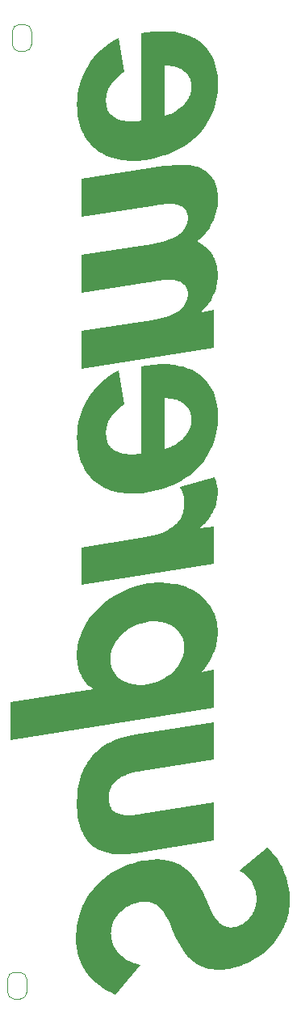
<source format=gbr>
%TF.GenerationSoftware,KiCad,Pcbnew,8.0.5*%
%TF.CreationDate,2025-02-18T01:30:19+08:00*%
%TF.ProjectId,troubleSeeker,74726f75-626c-4655-9365-656b65722e6b,rev?*%
%TF.SameCoordinates,Original*%
%TF.FileFunction,Legend,Bot*%
%TF.FilePolarity,Positive*%
%FSLAX46Y46*%
G04 Gerber Fmt 4.6, Leading zero omitted, Abs format (unit mm)*
G04 Created by KiCad (PCBNEW 8.0.5) date 2025-02-18 01:30:19*
%MOMM*%
%LPD*%
G01*
G04 APERTURE LIST*
%ADD10C,0.000000*%
%ADD11C,0.120000*%
G04 APERTURE END LIST*
D10*
G36*
X146037609Y-79418022D02*
G01*
X146532060Y-79458798D01*
X147001307Y-79537179D01*
X147225421Y-79591436D01*
X147441960Y-79656252D01*
X147650503Y-79732014D01*
X147850624Y-79819112D01*
X148041905Y-79917932D01*
X148223915Y-80028858D01*
X148396231Y-80152274D01*
X148558436Y-80288574D01*
X148710096Y-80438138D01*
X148850792Y-80601353D01*
X148980102Y-80778612D01*
X149097600Y-80970296D01*
X149202861Y-81176796D01*
X149295464Y-81398491D01*
X149374983Y-81635774D01*
X149440995Y-81889032D01*
X149493076Y-82158647D01*
X149530802Y-82445010D01*
X149553746Y-82748502D01*
X149561490Y-83069517D01*
X149552002Y-83372545D01*
X149523796Y-83676654D01*
X149477250Y-83980765D01*
X149412744Y-84283791D01*
X149330658Y-84584646D01*
X149231369Y-84882244D01*
X149115261Y-85175504D01*
X148982714Y-85463337D01*
X148834103Y-85744658D01*
X148669813Y-86018383D01*
X148490220Y-86283425D01*
X148295707Y-86538701D01*
X148086651Y-86783127D01*
X147863434Y-87015612D01*
X147626435Y-87235079D01*
X147376035Y-87440437D01*
X147510981Y-87506306D01*
X147641489Y-87575419D01*
X147767568Y-87647757D01*
X147889227Y-87723315D01*
X148006478Y-87802071D01*
X148119332Y-87884015D01*
X148227794Y-87969132D01*
X148331883Y-88057413D01*
X148431601Y-88148838D01*
X148526961Y-88243399D01*
X148617975Y-88341076D01*
X148704650Y-88441862D01*
X148786999Y-88545741D01*
X148865030Y-88652700D01*
X148938753Y-88762726D01*
X149008182Y-88875800D01*
X149073324Y-88991916D01*
X149134190Y-89111056D01*
X149190788Y-89233207D01*
X149243130Y-89358355D01*
X149291226Y-89486490D01*
X149335091Y-89617595D01*
X149374724Y-89751655D01*
X149410143Y-89888659D01*
X149441361Y-90028597D01*
X149468380Y-90171447D01*
X149491214Y-90317201D01*
X149509875Y-90465845D01*
X149524370Y-90617365D01*
X149534712Y-90771747D01*
X149542973Y-91089045D01*
X149532587Y-91351808D01*
X149508501Y-91611968D01*
X149470902Y-91869089D01*
X149419983Y-92122739D01*
X149355935Y-92372479D01*
X149278944Y-92617883D01*
X149189202Y-92858506D01*
X149086898Y-93093927D01*
X148972224Y-93323699D01*
X148845367Y-93547395D01*
X148706519Y-93764583D01*
X148555870Y-93974823D01*
X148393607Y-94177683D01*
X148219927Y-94372733D01*
X148035010Y-94559532D01*
X147839054Y-94737652D01*
X147839054Y-94830241D01*
X147857563Y-94830242D01*
X149098462Y-94626516D01*
X149098461Y-98589970D01*
X135226357Y-100793944D01*
X135226357Y-96830489D01*
X142042021Y-95756280D01*
X142649122Y-95662700D01*
X143339351Y-95535478D01*
X143699834Y-95453082D01*
X144062135Y-95354867D01*
X144419930Y-95238363D01*
X144766903Y-95101108D01*
X145096728Y-94940628D01*
X145253234Y-94850909D01*
X145403085Y-94754456D01*
X145545490Y-94650966D01*
X145679655Y-94540124D01*
X145804793Y-94421625D01*
X145920113Y-94295161D01*
X146024828Y-94160423D01*
X146118142Y-94017101D01*
X146199269Y-93864887D01*
X146267415Y-93703472D01*
X146321795Y-93532548D01*
X146361616Y-93351805D01*
X146386087Y-93160937D01*
X146394421Y-92959635D01*
X146386410Y-92774622D01*
X146362892Y-92604676D01*
X146324634Y-92449242D01*
X146272408Y-92307753D01*
X146206983Y-92179651D01*
X146129128Y-92064382D01*
X146039616Y-91961380D01*
X145939214Y-91870091D01*
X145828692Y-91789947D01*
X145708821Y-91720398D01*
X145580368Y-91660880D01*
X145444108Y-91610835D01*
X145300805Y-91569700D01*
X145151232Y-91536918D01*
X144996160Y-91511931D01*
X144836355Y-91494176D01*
X144672592Y-91483095D01*
X144505635Y-91478129D01*
X144165229Y-91484301D01*
X143821298Y-91508215D01*
X143479995Y-91545399D01*
X143147483Y-91591370D01*
X142829920Y-91641654D01*
X142264274Y-91737261D01*
X135226357Y-92848508D01*
X135226359Y-88885054D01*
X142042021Y-87810849D01*
X142643806Y-87713396D01*
X142980129Y-87650915D01*
X143331537Y-87576444D01*
X143691624Y-87487864D01*
X144053993Y-87383058D01*
X144412238Y-87259914D01*
X144759955Y-87116314D01*
X145090746Y-86950141D01*
X145247790Y-86857930D01*
X145398202Y-86759281D01*
X145541181Y-86653933D01*
X145675924Y-86541618D01*
X145801634Y-86422071D01*
X145917509Y-86295031D01*
X146022749Y-86160231D01*
X146116555Y-86017411D01*
X146198124Y-85866299D01*
X146266656Y-85706633D01*
X146321352Y-85538152D01*
X146361412Y-85360589D01*
X146386037Y-85173681D01*
X146394421Y-84977159D01*
X146387154Y-84801926D01*
X146365804Y-84640515D01*
X146331044Y-84492420D01*
X146283548Y-84357148D01*
X146223995Y-84234192D01*
X146153059Y-84123049D01*
X146071410Y-84023224D01*
X145979728Y-83934210D01*
X145878687Y-83855501D01*
X145768959Y-83786603D01*
X145651220Y-83727009D01*
X145526148Y-83676220D01*
X145394414Y-83633730D01*
X145256696Y-83599044D01*
X145113666Y-83571652D01*
X144966003Y-83551059D01*
X144814376Y-83536761D01*
X144659461Y-83528249D01*
X144342477Y-83526605D01*
X144020447Y-83542105D01*
X143698770Y-83570737D01*
X143382844Y-83608481D01*
X143078069Y-83651328D01*
X142523566Y-83736261D01*
X135226359Y-84884562D01*
X135226356Y-80921099D01*
X143875590Y-79569084D01*
X144436945Y-79490381D01*
X144986659Y-79436906D01*
X145521347Y-79411757D01*
X146037609Y-79418022D01*
G37*
G36*
X149246902Y-112213525D02*
G01*
X149282400Y-112301170D01*
X149316001Y-112391423D01*
X149347622Y-112484064D01*
X149377180Y-112578875D01*
X149404595Y-112675639D01*
X149429785Y-112774139D01*
X149452669Y-112874160D01*
X149473166Y-112975482D01*
X149491194Y-113077888D01*
X149506673Y-113181165D01*
X149519520Y-113285093D01*
X149529650Y-113389453D01*
X149536988Y-113494028D01*
X149541452Y-113598605D01*
X149542957Y-113702966D01*
X149534969Y-113975110D01*
X149511161Y-114242746D01*
X149471781Y-114505719D01*
X149417073Y-114763864D01*
X149347279Y-115017016D01*
X149262649Y-115265011D01*
X149163419Y-115507691D01*
X149049839Y-115744890D01*
X148922152Y-115976447D01*
X148780598Y-116202194D01*
X148625427Y-116421977D01*
X148456881Y-116635625D01*
X148275205Y-116842982D01*
X148080640Y-117043881D01*
X147873433Y-117238162D01*
X147653829Y-117425657D01*
X147653830Y-117481215D01*
X147653834Y-117481215D01*
X149098456Y-117258963D01*
X149098457Y-121222422D01*
X135226352Y-123426405D01*
X135226351Y-119462942D01*
X141467881Y-118481341D01*
X141873302Y-118414292D01*
X142281278Y-118336505D01*
X142687839Y-118245472D01*
X143089030Y-118138705D01*
X143480889Y-118013709D01*
X143859454Y-117867984D01*
X144220765Y-117699035D01*
X144560858Y-117504368D01*
X144721711Y-117396609D01*
X144875774Y-117281485D01*
X145022554Y-117158681D01*
X145161555Y-117027889D01*
X145292281Y-116888796D01*
X145414238Y-116741090D01*
X145526926Y-116584456D01*
X145629856Y-116418585D01*
X145722533Y-116243163D01*
X145804458Y-116057881D01*
X145875138Y-115862422D01*
X145934077Y-115656480D01*
X145980780Y-115439740D01*
X146014753Y-115211889D01*
X146035500Y-114972618D01*
X146042525Y-114721610D01*
X146043626Y-114617461D01*
X146040030Y-114513469D01*
X146031822Y-114409808D01*
X146019086Y-114306632D01*
X146001899Y-114204106D01*
X145980342Y-114102396D01*
X145954502Y-114001661D01*
X145924455Y-113902067D01*
X145890286Y-113803778D01*
X145852072Y-113706947D01*
X145809899Y-113611750D01*
X145763843Y-113518339D01*
X145713993Y-113426883D01*
X145660423Y-113337546D01*
X145603221Y-113250485D01*
X145542460Y-113165864D01*
X149209582Y-112128699D01*
X149246902Y-112213525D01*
G37*
G36*
X143986715Y-100306727D02*
G01*
X144256644Y-100309880D01*
X144951529Y-100372605D01*
X145286425Y-100424719D01*
X145612336Y-100490891D01*
X145928794Y-100571279D01*
X146235326Y-100666042D01*
X146531470Y-100775350D01*
X146816751Y-100899361D01*
X147090709Y-101038241D01*
X147352871Y-101192151D01*
X147602770Y-101361254D01*
X147839937Y-101545709D01*
X148063905Y-101745685D01*
X148274210Y-101961342D01*
X148470377Y-102192843D01*
X148651940Y-102440353D01*
X148818434Y-102704029D01*
X148969390Y-102984039D01*
X149104339Y-103280546D01*
X149222813Y-103593708D01*
X149324344Y-103923692D01*
X149408466Y-104270661D01*
X149474707Y-104634776D01*
X149522602Y-105016196D01*
X149551681Y-105415092D01*
X149561478Y-105831621D01*
X149551840Y-106248382D01*
X149523221Y-106654779D01*
X149476064Y-107050751D01*
X149410818Y-107436240D01*
X149327920Y-107811189D01*
X149227818Y-108175541D01*
X149110957Y-108529234D01*
X148977783Y-108872220D01*
X148828735Y-109204432D01*
X148664262Y-109525817D01*
X148484806Y-109836314D01*
X148290811Y-110135867D01*
X148082724Y-110424423D01*
X147860983Y-110701915D01*
X147626039Y-110968295D01*
X147378335Y-111223498D01*
X147118312Y-111467471D01*
X146846417Y-111700152D01*
X146563092Y-111921487D01*
X146268784Y-112131416D01*
X145963935Y-112329885D01*
X145648992Y-112516832D01*
X145324396Y-112692200D01*
X144990592Y-112855937D01*
X144297141Y-113148267D01*
X143572191Y-113393365D01*
X142819300Y-113590772D01*
X142042017Y-113740017D01*
X141651293Y-113792724D01*
X141267646Y-113829364D01*
X140891427Y-113850043D01*
X140522985Y-113854872D01*
X140162668Y-113843948D01*
X139810823Y-113817382D01*
X139467802Y-113775274D01*
X139133957Y-113717737D01*
X138809633Y-113644866D01*
X138495182Y-113556776D01*
X138190952Y-113453566D01*
X137897292Y-113335347D01*
X137614554Y-113202215D01*
X137343085Y-113054282D01*
X137083232Y-112891652D01*
X136835347Y-112714428D01*
X136599781Y-112522715D01*
X136376881Y-112316621D01*
X136166997Y-112096252D01*
X135970475Y-111861708D01*
X135787670Y-111613098D01*
X135618929Y-111350525D01*
X135464598Y-111074100D01*
X135325032Y-110783919D01*
X135200576Y-110480091D01*
X135091580Y-110162725D01*
X134998397Y-109831920D01*
X134921372Y-109487787D01*
X134860855Y-109130425D01*
X134817198Y-108759944D01*
X134790746Y-108376444D01*
X134781852Y-107980038D01*
X134800002Y-107437690D01*
X134854125Y-106902066D01*
X134943737Y-106374694D01*
X135068343Y-105857084D01*
X135227463Y-105350764D01*
X135420601Y-104857249D01*
X135647272Y-104378059D01*
X135906991Y-103914714D01*
X136199262Y-103468731D01*
X136523602Y-103041630D01*
X136879523Y-102634932D01*
X137266534Y-102250155D01*
X137684148Y-101888819D01*
X138131876Y-101552442D01*
X138609229Y-101242544D01*
X139115725Y-100960647D01*
X139708393Y-104516648D01*
X139504048Y-104651662D01*
X139308169Y-104792865D01*
X139121407Y-104940363D01*
X138944408Y-105094262D01*
X138777828Y-105254675D01*
X138622319Y-105421704D01*
X138478528Y-105595465D01*
X138347111Y-105776060D01*
X138228713Y-105963601D01*
X138174603Y-106060013D01*
X138123994Y-106158199D01*
X138076962Y-106258174D01*
X138033594Y-106359957D01*
X137993970Y-106463553D01*
X137958172Y-106568986D01*
X137926282Y-106676260D01*
X137898377Y-106785392D01*
X137874544Y-106896399D01*
X137854860Y-107009286D01*
X137839409Y-107124077D01*
X137828273Y-107240781D01*
X137821531Y-107359408D01*
X137819265Y-107479978D01*
X137821641Y-107671118D01*
X137835433Y-107852262D01*
X137860233Y-108023617D01*
X137895631Y-108185395D01*
X137941217Y-108337797D01*
X137996580Y-108481035D01*
X138061308Y-108615313D01*
X138134994Y-108740839D01*
X138217225Y-108857817D01*
X138307591Y-108966456D01*
X138405682Y-109066964D01*
X138511089Y-109159544D01*
X138623402Y-109244410D01*
X138742207Y-109321760D01*
X138867097Y-109391810D01*
X138997660Y-109454757D01*
X139133485Y-109510815D01*
X139274165Y-109560186D01*
X139419286Y-109603084D01*
X139568440Y-109639712D01*
X139721217Y-109670274D01*
X139877204Y-109694978D01*
X140035992Y-109714035D01*
X140197171Y-109727647D01*
X140360332Y-109736026D01*
X140525061Y-109739372D01*
X140857591Y-109731805D01*
X141191478Y-109706609D01*
X141523436Y-109665426D01*
X141523436Y-103849887D01*
X143986714Y-103849887D01*
X143986715Y-109146842D01*
X144256189Y-109059199D01*
X144521645Y-108956171D01*
X144781244Y-108838005D01*
X145033139Y-108704949D01*
X145275481Y-108557237D01*
X145506432Y-108395120D01*
X145724142Y-108218844D01*
X145926769Y-108028647D01*
X146112466Y-107824780D01*
X146198389Y-107717793D01*
X146279388Y-107607478D01*
X146355234Y-107493870D01*
X146425692Y-107376995D01*
X146490539Y-107256887D01*
X146549533Y-107133570D01*
X146602452Y-107007080D01*
X146649066Y-106877450D01*
X146689138Y-106744703D01*
X146722443Y-106608876D01*
X146748749Y-106469996D01*
X146767824Y-106328092D01*
X146779435Y-106183198D01*
X146783359Y-106035345D01*
X146779332Y-105895405D01*
X146767416Y-105760323D01*
X146747864Y-105630078D01*
X146720925Y-105504646D01*
X146686850Y-105383999D01*
X146645890Y-105268119D01*
X146598298Y-105156979D01*
X146544325Y-105050558D01*
X146484219Y-104948828D01*
X146418233Y-104851771D01*
X146346617Y-104759358D01*
X146269623Y-104671567D01*
X146187501Y-104588376D01*
X146100503Y-104509759D01*
X146008879Y-104435694D01*
X145912880Y-104366156D01*
X145812757Y-104301121D01*
X145708761Y-104240563D01*
X145601144Y-104184466D01*
X145490158Y-104132799D01*
X145376049Y-104085542D01*
X145259072Y-104042669D01*
X145139475Y-104004156D01*
X145017513Y-103969982D01*
X144893435Y-103940121D01*
X144767491Y-103914550D01*
X144511012Y-103876184D01*
X144250084Y-103854695D01*
X143986714Y-103849887D01*
X141523436Y-103849887D01*
X141523436Y-100534660D01*
X142004981Y-100442061D01*
X142779626Y-100345910D01*
X143531429Y-100301416D01*
X143986715Y-100306727D01*
G37*
G36*
X143986713Y-65450606D02*
G01*
X144256644Y-65453791D01*
X144951529Y-65516684D01*
X145286426Y-65568920D01*
X145612337Y-65635245D01*
X145928793Y-65715818D01*
X146235327Y-65810809D01*
X146531469Y-65920382D01*
X146816751Y-66044703D01*
X147090709Y-66183938D01*
X147352872Y-66338255D01*
X147602770Y-66507818D01*
X147839936Y-66692794D01*
X148063905Y-66893352D01*
X148274210Y-67109655D01*
X148470376Y-67341867D01*
X148651941Y-67590160D01*
X148818435Y-67854698D01*
X148969392Y-68135644D01*
X149104339Y-68433167D01*
X149222813Y-68747431D01*
X149324344Y-69078607D01*
X149408465Y-69426857D01*
X149474707Y-69792347D01*
X149522601Y-70175245D01*
X149551681Y-70575716D01*
X149561478Y-70993928D01*
X149551841Y-71410691D01*
X149523223Y-71817088D01*
X149476063Y-72213057D01*
X149410817Y-72598549D01*
X149327919Y-72973497D01*
X149227818Y-73337848D01*
X149110959Y-73691546D01*
X148977783Y-74034527D01*
X148828735Y-74366739D01*
X148664263Y-74688124D01*
X148484807Y-74998620D01*
X148290810Y-75298176D01*
X148082723Y-75586731D01*
X147860983Y-75864225D01*
X147626039Y-76130602D01*
X147378336Y-76385806D01*
X147118312Y-76629778D01*
X146846415Y-76862458D01*
X146563092Y-77083794D01*
X146268783Y-77293724D01*
X145963935Y-77492192D01*
X145648991Y-77679141D01*
X145324396Y-77854511D01*
X144990592Y-78018244D01*
X144297140Y-78310576D01*
X143572192Y-78555673D01*
X142819299Y-78753077D01*
X142042017Y-78902324D01*
X141651294Y-78955030D01*
X141267646Y-78991667D01*
X140891427Y-79012347D01*
X140522983Y-79017175D01*
X140162668Y-79006255D01*
X139810823Y-78979688D01*
X139467802Y-78937580D01*
X139133956Y-78880041D01*
X138809634Y-78807174D01*
X138495182Y-78719085D01*
X138190952Y-78615873D01*
X137897293Y-78497654D01*
X137614553Y-78364522D01*
X137343083Y-78216588D01*
X137083231Y-78053960D01*
X136835347Y-77876735D01*
X136599780Y-77685025D01*
X136376880Y-77478930D01*
X136166995Y-77258559D01*
X135970474Y-77024018D01*
X135787670Y-76775407D01*
X135618930Y-76512838D01*
X135464599Y-76236408D01*
X135325032Y-75946226D01*
X135200578Y-75642403D01*
X135091581Y-75325033D01*
X134998396Y-74994229D01*
X134921373Y-74650095D01*
X134860855Y-74292732D01*
X134817196Y-73922251D01*
X134790745Y-73538755D01*
X134781850Y-73142344D01*
X134800000Y-72600000D01*
X134854125Y-72064412D01*
X134943736Y-71537123D01*
X135068343Y-71019685D01*
X135227462Y-70513639D01*
X135420601Y-70020536D01*
X135647274Y-69541921D01*
X135906991Y-69079336D01*
X136199262Y-68634336D01*
X136523602Y-68208461D01*
X136879523Y-67803257D01*
X137266534Y-67420276D01*
X137684149Y-67061060D01*
X138131877Y-66727155D01*
X138609229Y-66420111D01*
X139115723Y-66141468D01*
X139708394Y-69697471D01*
X139504048Y-69832488D01*
X139308169Y-69973691D01*
X139121408Y-70121191D01*
X138944408Y-70275088D01*
X138777828Y-70435501D01*
X138622320Y-70602532D01*
X138478529Y-70776289D01*
X138347112Y-70956887D01*
X138228713Y-71144427D01*
X138174603Y-71240837D01*
X138123994Y-71339025D01*
X138076962Y-71439000D01*
X138033594Y-71540783D01*
X137993970Y-71644380D01*
X137958172Y-71749808D01*
X137926281Y-71857085D01*
X137898376Y-71966216D01*
X137874543Y-72077224D01*
X137854861Y-72190113D01*
X137839412Y-72304904D01*
X137828272Y-72421607D01*
X137821532Y-72540236D01*
X137819268Y-72660806D01*
X137821640Y-72850207D01*
X137835432Y-73029619D01*
X137860234Y-73199253D01*
X137895631Y-73359314D01*
X137941217Y-73510016D01*
X137996580Y-73651567D01*
X138061310Y-73784183D01*
X138134994Y-73908066D01*
X138217227Y-74023434D01*
X138307590Y-74130486D01*
X138405683Y-74229446D01*
X138511089Y-74320516D01*
X138623401Y-74403910D01*
X138742207Y-74479833D01*
X138867096Y-74548500D01*
X138997660Y-74610123D01*
X139133486Y-74664906D01*
X139274165Y-74713062D01*
X139419286Y-74754803D01*
X139568441Y-74790340D01*
X139721216Y-74819877D01*
X139877203Y-74843630D01*
X140035992Y-74861809D01*
X140197172Y-74874623D01*
X140360332Y-74882283D01*
X140525061Y-74884995D01*
X140857591Y-74876430D01*
X141191476Y-74850612D01*
X141523436Y-74809223D01*
X141523436Y-74309161D01*
X143986714Y-74309161D01*
X144256186Y-74221514D01*
X144521645Y-74118488D01*
X144781243Y-74000324D01*
X145033139Y-73867263D01*
X145275482Y-73719553D01*
X145506432Y-73557439D01*
X145724141Y-73381160D01*
X145926769Y-73190965D01*
X146112466Y-72987094D01*
X146198389Y-72880107D01*
X146279389Y-72769794D01*
X146355233Y-72656186D01*
X146425692Y-72539312D01*
X146490536Y-72419202D01*
X146549535Y-72295888D01*
X146602452Y-72169396D01*
X146649064Y-72039763D01*
X146689138Y-71907017D01*
X146722443Y-71771190D01*
X146748749Y-71632310D01*
X146767822Y-71490404D01*
X146779435Y-71345512D01*
X146783358Y-71197656D01*
X146779331Y-71057716D01*
X146767416Y-70922637D01*
X146747863Y-70792388D01*
X146720923Y-70666955D01*
X146686851Y-70546312D01*
X146645890Y-70430429D01*
X146598300Y-70319294D01*
X146544325Y-70212872D01*
X146484221Y-70111143D01*
X146418232Y-70014083D01*
X146346617Y-69921672D01*
X146269623Y-69833881D01*
X146187501Y-69750690D01*
X146100503Y-69672073D01*
X146008879Y-69598008D01*
X145912880Y-69528470D01*
X145812757Y-69463435D01*
X145708761Y-69402878D01*
X145601145Y-69346778D01*
X145490158Y-69295113D01*
X145376049Y-69247856D01*
X145259072Y-69204983D01*
X145139475Y-69166470D01*
X145017513Y-69132296D01*
X144893435Y-69102435D01*
X144767491Y-69076867D01*
X144511012Y-69038498D01*
X144250084Y-69017009D01*
X143986714Y-69012201D01*
X143986714Y-74309161D01*
X141523436Y-74309161D01*
X141523437Y-65678449D01*
X142004980Y-65585848D01*
X142779626Y-65489702D01*
X143531429Y-65445239D01*
X143986713Y-65450606D01*
G37*
G36*
X149098457Y-141669430D02*
G01*
X141578999Y-142854769D01*
X141280463Y-142907143D01*
X140977397Y-142968174D01*
X140673083Y-143039567D01*
X140370805Y-143123035D01*
X140073843Y-143220281D01*
X139785481Y-143333021D01*
X139509003Y-143462961D01*
X139247688Y-143611808D01*
X139123745Y-143693859D01*
X139004826Y-143781277D01*
X138891338Y-143874277D01*
X138783690Y-143973071D01*
X138682300Y-144077875D01*
X138587572Y-144188904D01*
X138499919Y-144306368D01*
X138419751Y-144430486D01*
X138347476Y-144561461D01*
X138283507Y-144699519D01*
X138228254Y-144844866D01*
X138182127Y-144997718D01*
X138145535Y-145158287D01*
X138118891Y-145326788D01*
X138102604Y-145503439D01*
X138097084Y-145688446D01*
X138102551Y-145870003D01*
X138118688Y-146039859D01*
X138145093Y-146198351D01*
X138181367Y-146345826D01*
X138227109Y-146482628D01*
X138281920Y-146609093D01*
X138345399Y-146725567D01*
X138417147Y-146832396D01*
X138496762Y-146929919D01*
X138583843Y-147018476D01*
X138677992Y-147098417D01*
X138778808Y-147170077D01*
X138885893Y-147233800D01*
X138998846Y-147289934D01*
X139117261Y-147338813D01*
X139240744Y-147380787D01*
X139368896Y-147416194D01*
X139501313Y-147445379D01*
X139637595Y-147468685D01*
X139777344Y-147486451D01*
X139920158Y-147499021D01*
X140065638Y-147506739D01*
X140213383Y-147509947D01*
X140362991Y-147508986D01*
X140666208Y-147495934D01*
X140972081Y-147470318D01*
X141277411Y-147434882D01*
X141578999Y-147392368D01*
X149098457Y-146207029D01*
X149098457Y-150170494D01*
X140930767Y-151466950D01*
X140557843Y-151520668D01*
X140196138Y-151560290D01*
X139845691Y-151585823D01*
X139506544Y-151597283D01*
X139178739Y-151594672D01*
X138862315Y-151578009D01*
X138557310Y-151547295D01*
X138263771Y-151502546D01*
X137981732Y-151443768D01*
X137711239Y-151370975D01*
X137452329Y-151284179D01*
X137205046Y-151183387D01*
X136969428Y-151068608D01*
X136745515Y-150939852D01*
X136533352Y-150797132D01*
X136332976Y-150640458D01*
X136144427Y-150469837D01*
X135967751Y-150285284D01*
X135802981Y-150086804D01*
X135650164Y-149874411D01*
X135509339Y-149648113D01*
X135380545Y-149407920D01*
X135263824Y-149153848D01*
X135159218Y-148885898D01*
X135066765Y-148604083D01*
X134986506Y-148308417D01*
X134918487Y-147998911D01*
X134862739Y-147675565D01*
X134819311Y-147338401D01*
X134788240Y-146987422D01*
X134769568Y-146622643D01*
X134763335Y-146244070D01*
X134788240Y-145489654D01*
X134819311Y-145127456D01*
X134862740Y-144775282D01*
X134918486Y-144433149D01*
X134986507Y-144101063D01*
X135066765Y-143779046D01*
X135159217Y-143467105D01*
X135263824Y-143165259D01*
X135380545Y-142873515D01*
X135509339Y-142591893D01*
X135650165Y-142320405D01*
X135802981Y-142059061D01*
X135967749Y-141807879D01*
X136144428Y-141566873D01*
X136332976Y-141336050D01*
X136533351Y-141115429D01*
X136745515Y-140905025D01*
X136969428Y-140704844D01*
X137205046Y-140514911D01*
X137452329Y-140335228D01*
X137711238Y-140165815D01*
X137981734Y-140006687D01*
X138263770Y-139857851D01*
X138557309Y-139719328D01*
X138862315Y-139591125D01*
X139178740Y-139473262D01*
X139506545Y-139365745D01*
X140196137Y-139181821D01*
X140930769Y-139039462D01*
X149098456Y-137743005D01*
X149098457Y-141669430D01*
G37*
G36*
X154862695Y-151016042D02*
G01*
X154993484Y-151128538D01*
X155121085Y-151248454D01*
X155245426Y-151375432D01*
X155484018Y-151649129D01*
X155708661Y-151946753D01*
X155918766Y-152265434D01*
X156113733Y-152602289D01*
X156292963Y-152954445D01*
X156455861Y-153319030D01*
X156601831Y-153693162D01*
X156730273Y-154073969D01*
X156840595Y-154458575D01*
X156932196Y-154844104D01*
X157004480Y-155227680D01*
X157056849Y-155606425D01*
X157088710Y-155977467D01*
X157099463Y-156337931D01*
X157091171Y-156673196D01*
X157066565Y-157005064D01*
X157026042Y-157333166D01*
X156969996Y-157657140D01*
X156898826Y-157976625D01*
X156812927Y-158291259D01*
X156712696Y-158600673D01*
X156598533Y-158904509D01*
X156470827Y-159202408D01*
X156329983Y-159493998D01*
X156176394Y-159778923D01*
X156010458Y-160056818D01*
X155832572Y-160327320D01*
X155643132Y-160590066D01*
X155442531Y-160844689D01*
X155231172Y-161090835D01*
X155009450Y-161328138D01*
X154777762Y-161556228D01*
X154536500Y-161774754D01*
X154286067Y-161983343D01*
X154026858Y-162181637D01*
X153759269Y-162369275D01*
X153483695Y-162545887D01*
X153200539Y-162711119D01*
X152910189Y-162864600D01*
X152613047Y-163005972D01*
X152309510Y-163134870D01*
X151999974Y-163250931D01*
X151684835Y-163353798D01*
X151364491Y-163443099D01*
X151039337Y-163518477D01*
X150709772Y-163579568D01*
X150404617Y-163623082D01*
X150110540Y-163653110D01*
X149827236Y-163669955D01*
X149554391Y-163673910D01*
X149291692Y-163665280D01*
X149038828Y-163644356D01*
X148795487Y-163611443D01*
X148561357Y-163566836D01*
X148336126Y-163510839D01*
X148119478Y-163443737D01*
X147911109Y-163365843D01*
X147710704Y-163277449D01*
X147517945Y-163178855D01*
X147332525Y-163070354D01*
X147154133Y-162952252D01*
X146982456Y-162824844D01*
X146817182Y-162688429D01*
X146658001Y-162543307D01*
X146504594Y-162389773D01*
X146356655Y-162228125D01*
X146075932Y-161881694D01*
X145813328Y-161506392D01*
X145566354Y-161104613D01*
X145332511Y-160678747D01*
X145109302Y-160231172D01*
X144894231Y-159764283D01*
X144648904Y-159162535D01*
X144521056Y-158858854D01*
X144386646Y-158558399D01*
X144243338Y-158265001D01*
X144088795Y-157982481D01*
X143920686Y-157714664D01*
X143736680Y-157465378D01*
X143637985Y-157348882D01*
X143534442Y-157238448D01*
X143425759Y-157134562D01*
X143311644Y-157037701D01*
X143191800Y-156948337D01*
X143065943Y-156866956D01*
X142933776Y-156794035D01*
X142795011Y-156730047D01*
X142649355Y-156675473D01*
X142496517Y-156630792D01*
X142336204Y-156596481D01*
X142168125Y-156573021D01*
X141991988Y-156560886D01*
X141807501Y-156560555D01*
X141614376Y-156572509D01*
X141412316Y-156597227D01*
X141106147Y-156657842D01*
X140806952Y-156741850D01*
X140516493Y-156848317D01*
X140236532Y-156976325D01*
X139968838Y-157124954D01*
X139715164Y-157293277D01*
X139594139Y-157384537D01*
X139477282Y-157480376D01*
X139364813Y-157580675D01*
X139256953Y-157685326D01*
X139153923Y-157794206D01*
X139055942Y-157907206D01*
X138963230Y-158024202D01*
X138876010Y-158145089D01*
X138794501Y-158269747D01*
X138718922Y-158398060D01*
X138649496Y-158529912D01*
X138586442Y-158665190D01*
X138529980Y-158803781D01*
X138480333Y-158945564D01*
X138437716Y-159090425D01*
X138402354Y-159238250D01*
X138374466Y-159388926D01*
X138354274Y-159542332D01*
X138341998Y-159698358D01*
X138337857Y-159856887D01*
X138342107Y-160021991D01*
X138354692Y-160183873D01*
X138375384Y-160342465D01*
X138403946Y-160497699D01*
X138440145Y-160649500D01*
X138483749Y-160797798D01*
X138534521Y-160942523D01*
X138592229Y-161083600D01*
X138656637Y-161220961D01*
X138727516Y-161354535D01*
X138804624Y-161484248D01*
X138887730Y-161610034D01*
X138976604Y-161731814D01*
X139071009Y-161849524D01*
X139170710Y-161963088D01*
X139275476Y-162072438D01*
X139385068Y-162177499D01*
X139499258Y-162278206D01*
X139617808Y-162374482D01*
X139740485Y-162466260D01*
X139997285Y-162636025D01*
X140267787Y-162786936D01*
X140550118Y-162918425D01*
X140842402Y-163029916D01*
X141142776Y-163120845D01*
X141449356Y-163190636D01*
X138819395Y-166302129D01*
X138366872Y-166091109D01*
X137933904Y-165860633D01*
X137521829Y-165610354D01*
X137131974Y-165339916D01*
X136765668Y-165048970D01*
X136424239Y-164737156D01*
X136263270Y-164573317D01*
X136109019Y-164404131D01*
X135961654Y-164229550D01*
X135821335Y-164049535D01*
X135688237Y-163864038D01*
X135562518Y-163673018D01*
X135444350Y-163476428D01*
X135333898Y-163274224D01*
X135231326Y-163066367D01*
X135136802Y-162852809D01*
X135050490Y-162633503D01*
X134972563Y-162408413D01*
X134903176Y-162177486D01*
X134842503Y-161940682D01*
X134790710Y-161697958D01*
X134747959Y-161449269D01*
X134714420Y-161194569D01*
X134690259Y-160933821D01*
X134675640Y-160666969D01*
X134670729Y-160393980D01*
X134679520Y-159989560D01*
X134705677Y-159592528D01*
X134748879Y-159203107D01*
X134808803Y-158821518D01*
X134885128Y-158447988D01*
X134977531Y-158082741D01*
X135085688Y-157725995D01*
X135209280Y-157377980D01*
X135347983Y-157038918D01*
X135501476Y-156709033D01*
X135669437Y-156388548D01*
X135851542Y-156077687D01*
X136047470Y-155776679D01*
X136256896Y-155485736D01*
X136479505Y-155205095D01*
X136714967Y-154934970D01*
X136962962Y-154675587D01*
X137223171Y-154427174D01*
X137495270Y-154189953D01*
X137778938Y-153964144D01*
X138073849Y-153749975D01*
X138379683Y-153547671D01*
X138696119Y-153357450D01*
X139022836Y-153179543D01*
X139359507Y-153014168D01*
X139705814Y-152861551D01*
X140061432Y-152721918D01*
X140426041Y-152595488D01*
X140799319Y-152482488D01*
X141180941Y-152383141D01*
X141570588Y-152297673D01*
X141967936Y-152226304D01*
X142613240Y-152148618D01*
X143210381Y-152125058D01*
X143761872Y-152152119D01*
X144270235Y-152226307D01*
X144737985Y-152344118D01*
X145167636Y-152502058D01*
X145561707Y-152696620D01*
X145922713Y-152924311D01*
X146253170Y-153181625D01*
X146555594Y-153465066D01*
X146832504Y-153771135D01*
X147086414Y-154096330D01*
X147319842Y-154437154D01*
X147535301Y-154790102D01*
X147922384Y-155518381D01*
X148591664Y-156966480D01*
X148914125Y-157630300D01*
X149081117Y-157934900D01*
X149255304Y-158216633D01*
X149439203Y-158471995D01*
X149635334Y-158697485D01*
X149846208Y-158889606D01*
X150074345Y-159044858D01*
X150322259Y-159159742D01*
X150592469Y-159230755D01*
X150887485Y-159254396D01*
X151209832Y-159227172D01*
X151338951Y-159202792D01*
X151465781Y-159171499D01*
X151590204Y-159133529D01*
X151712101Y-159089131D01*
X151831352Y-159038547D01*
X151947839Y-158982022D01*
X152061443Y-158919798D01*
X152172046Y-158852124D01*
X152279530Y-158779238D01*
X152383774Y-158701387D01*
X152484662Y-158618817D01*
X152582072Y-158531771D01*
X152675889Y-158440490D01*
X152765993Y-158345223D01*
X152852265Y-158246212D01*
X152934584Y-158143701D01*
X153012834Y-158037934D01*
X153086896Y-157929157D01*
X153156652Y-157817613D01*
X153221982Y-157703542D01*
X153282770Y-157587197D01*
X153338890Y-157468812D01*
X153390230Y-157348640D01*
X153436672Y-157226920D01*
X153478094Y-157103898D01*
X153514376Y-156979818D01*
X153545405Y-156854927D01*
X153571057Y-156729462D01*
X153591216Y-156603673D01*
X153605760Y-156477800D01*
X153614577Y-156352095D01*
X153617538Y-156226791D01*
X153603271Y-155971941D01*
X153574566Y-155728103D01*
X153531757Y-155495013D01*
X153475162Y-155272390D01*
X153405114Y-155059970D01*
X153321932Y-154857483D01*
X153225945Y-154664650D01*
X153117480Y-154481206D01*
X152996859Y-154306878D01*
X152864409Y-154141396D01*
X152720457Y-153984482D01*
X152565328Y-153835873D01*
X152399345Y-153695295D01*
X152222837Y-153562475D01*
X152036130Y-153437147D01*
X151839545Y-153319030D01*
X154728793Y-150911328D01*
X154862695Y-151016042D01*
G37*
G36*
X144257227Y-123180044D02*
G01*
X144909566Y-123264932D01*
X145228139Y-123328001D01*
X145540744Y-123404736D01*
X145846713Y-123495077D01*
X146145361Y-123598958D01*
X146436024Y-123716328D01*
X146718021Y-123847121D01*
X146990676Y-123991273D01*
X147253321Y-124148725D01*
X147505274Y-124319417D01*
X147745865Y-124503290D01*
X147974413Y-124700276D01*
X148190251Y-124910320D01*
X148392697Y-125133362D01*
X148581083Y-125369337D01*
X148754729Y-125618186D01*
X148912960Y-125879844D01*
X149055105Y-126154254D01*
X149180485Y-126441357D01*
X149288429Y-126741088D01*
X149378259Y-127053386D01*
X149449303Y-127378193D01*
X149500884Y-127715443D01*
X149532326Y-128065082D01*
X149542956Y-128427040D01*
X149535420Y-128702326D01*
X149513009Y-128978940D01*
X149476057Y-129256041D01*
X149424889Y-129532786D01*
X149359832Y-129808343D01*
X149281207Y-130081860D01*
X149189347Y-130352506D01*
X149084569Y-130619433D01*
X148967204Y-130881803D01*
X148837576Y-131138774D01*
X148696010Y-131389505D01*
X148542833Y-131633157D01*
X148378372Y-131868889D01*
X148202948Y-132095854D01*
X148016889Y-132313214D01*
X147820521Y-132520134D01*
X149098456Y-132316401D01*
X149098456Y-136279868D01*
X127818022Y-139650657D01*
X127818023Y-135687203D01*
X136522814Y-134335182D01*
X136522815Y-134279620D01*
X136418368Y-134218435D01*
X136316874Y-134153036D01*
X136218360Y-134083546D01*
X136122843Y-134010092D01*
X136030354Y-133932799D01*
X135940913Y-133851790D01*
X135854545Y-133767196D01*
X135771274Y-133679141D01*
X135691121Y-133587745D01*
X135614113Y-133493139D01*
X135540272Y-133395446D01*
X135469623Y-133294798D01*
X135402187Y-133191308D01*
X135337991Y-133085111D01*
X135277059Y-132976331D01*
X135219410Y-132865089D01*
X135114069Y-132635740D01*
X135022157Y-132398054D01*
X134943863Y-132153049D01*
X134879379Y-131901719D01*
X134828894Y-131645071D01*
X134792599Y-131384111D01*
X134774687Y-131168114D01*
X138263768Y-131168114D01*
X138269669Y-131355797D01*
X138287103Y-131536849D01*
X138315669Y-131711253D01*
X138354962Y-131878996D01*
X138404574Y-132040065D01*
X138464111Y-132194448D01*
X138533161Y-132342128D01*
X138611323Y-132483094D01*
X138698193Y-132617330D01*
X138793371Y-132744827D01*
X138896448Y-132865567D01*
X139007024Y-132979539D01*
X139124695Y-133086726D01*
X139249056Y-133187121D01*
X139379706Y-133280703D01*
X139516238Y-133367463D01*
X139658251Y-133447385D01*
X139805342Y-133520458D01*
X139957104Y-133586668D01*
X140113138Y-133645998D01*
X140273035Y-133698439D01*
X140436399Y-133743975D01*
X140602819Y-133782594D01*
X140771895Y-133814279D01*
X140943222Y-133839020D01*
X141116397Y-133856799D01*
X141291017Y-133867608D01*
X141466679Y-133871431D01*
X141642978Y-133868255D01*
X141819511Y-133858064D01*
X141995873Y-133840849D01*
X142171664Y-133816591D01*
X142523402Y-133749302D01*
X142875059Y-133652471D01*
X143223514Y-133527368D01*
X143565648Y-133375272D01*
X143898339Y-133197458D01*
X144218471Y-132995198D01*
X144522920Y-132769768D01*
X144808570Y-132522449D01*
X145072296Y-132254508D01*
X145194967Y-132113204D01*
X145310983Y-131967221D01*
X145419961Y-131816725D01*
X145521510Y-131661870D01*
X145615236Y-131502813D01*
X145700752Y-131339721D01*
X145777669Y-131172747D01*
X145845595Y-131002055D01*
X145904143Y-130827803D01*
X145952918Y-130650148D01*
X145991532Y-130469250D01*
X146019601Y-130285271D01*
X146036724Y-130098366D01*
X146042518Y-129908698D01*
X146036725Y-129722699D01*
X146019599Y-129543218D01*
X145991532Y-129370278D01*
X145952917Y-129203890D01*
X145904143Y-129044071D01*
X145845596Y-128890827D01*
X145777669Y-128744176D01*
X145700752Y-128604135D01*
X145615236Y-128470708D01*
X145521510Y-128343920D01*
X145419961Y-128223775D01*
X145310982Y-128110293D01*
X145194965Y-128003483D01*
X145072296Y-127903361D01*
X144943371Y-127809944D01*
X144808569Y-127723236D01*
X144668291Y-127643262D01*
X144522920Y-127570023D01*
X144372850Y-127503543D01*
X144218472Y-127443835D01*
X144060171Y-127390905D01*
X143898339Y-127344772D01*
X143733370Y-127305453D01*
X143565648Y-127272952D01*
X143395567Y-127247290D01*
X143223513Y-127228477D01*
X143049882Y-127216530D01*
X142875059Y-127211458D01*
X142699439Y-127213281D01*
X142523402Y-127222005D01*
X142347349Y-127237646D01*
X142171664Y-127260222D01*
X141819511Y-127327506D01*
X141466679Y-127424341D01*
X141116398Y-127549441D01*
X140771895Y-127701536D01*
X140436400Y-127879353D01*
X140113138Y-128081610D01*
X139805344Y-128307039D01*
X139516237Y-128554361D01*
X139249056Y-128822302D01*
X139124695Y-128963606D01*
X139007024Y-129109589D01*
X138896448Y-129260086D01*
X138793371Y-129414943D01*
X138698194Y-129573997D01*
X138611323Y-129737089D01*
X138533161Y-129904062D01*
X138464110Y-130074755D01*
X138404577Y-130249011D01*
X138354962Y-130426667D01*
X138315669Y-130607563D01*
X138287104Y-130791543D01*
X138269669Y-130978447D01*
X138263768Y-131168114D01*
X134774687Y-131168114D01*
X134770684Y-131119843D01*
X134763337Y-130853267D01*
X134773970Y-130473043D01*
X134805445Y-130099974D01*
X134857113Y-129734265D01*
X134928322Y-129376120D01*
X135018427Y-129025750D01*
X135126783Y-128683358D01*
X135252738Y-128349153D01*
X135395647Y-128023341D01*
X135554861Y-127706127D01*
X135729732Y-127397723D01*
X135919612Y-127098334D01*
X136123856Y-126808163D01*
X136341813Y-126527422D01*
X136572836Y-126256314D01*
X136816279Y-125995048D01*
X137071492Y-125743830D01*
X137337829Y-125502867D01*
X137614643Y-125272368D01*
X137901284Y-125052538D01*
X138197104Y-124843579D01*
X138813693Y-124459123D01*
X139459233Y-124120654D01*
X140128535Y-123829822D01*
X140816424Y-123588287D01*
X141517717Y-123397704D01*
X142227230Y-123259725D01*
X142875060Y-123181263D01*
X142910659Y-123176950D01*
X143589125Y-123150552D01*
X144257227Y-123180044D01*
G37*
D11*
%TO.C,JP4*%
X127500000Y-166050000D02*
X127500000Y-164650000D01*
X128200000Y-163950000D02*
X128800000Y-163950000D01*
X128800000Y-166750000D02*
X128200000Y-166750000D01*
X129500000Y-164650000D02*
X129500000Y-166050000D01*
X127500000Y-164650000D02*
G75*
G02*
X128200000Y-163950000I700000J0D01*
G01*
X128200000Y-166750000D02*
G75*
G02*
X127500000Y-166050000I-1J699999D01*
G01*
X128800000Y-163950000D02*
G75*
G02*
X129500000Y-164650000I0J-700000D01*
G01*
X129500000Y-166050000D02*
G75*
G02*
X128800000Y-166750000I-699999J-1D01*
G01*
%TO.C,JP2*%
X128000000Y-66850000D02*
X128000000Y-65450000D01*
X128700000Y-64750000D02*
X129300000Y-64750000D01*
X129300000Y-67550000D02*
X128700000Y-67550000D01*
X130000000Y-65450000D02*
X130000000Y-66850000D01*
X128000000Y-65450000D02*
G75*
G02*
X128700000Y-64750000I700000J0D01*
G01*
X128700000Y-67550000D02*
G75*
G02*
X128000000Y-66850000I-1J699999D01*
G01*
X129300000Y-64750000D02*
G75*
G02*
X130000000Y-65450000I0J-700000D01*
G01*
X130000000Y-66850000D02*
G75*
G02*
X129300000Y-67550000I-699999J-1D01*
G01*
%TD*%
M02*

</source>
